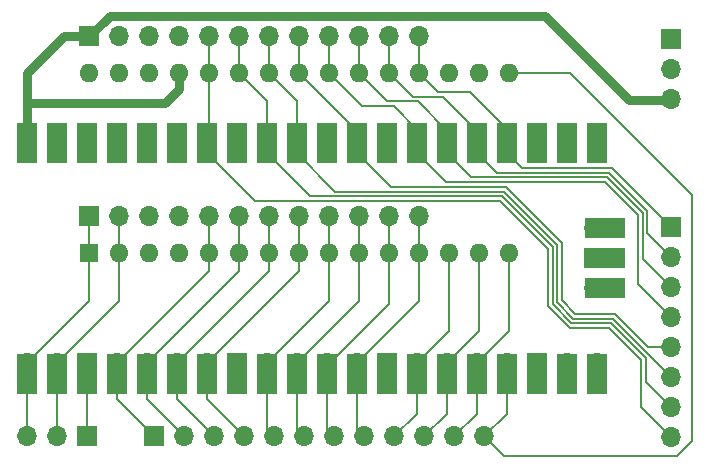
<source format=gbr>
%TF.GenerationSoftware,KiCad,Pcbnew,(6.0.5)*%
%TF.CreationDate,2023-01-02T20:32:54+00:00*%
%TF.ProjectId,NanoPicoKeyboardMatrix,4e616e6f-5069-4636-9f4b-6579626f6172,rev?*%
%TF.SameCoordinates,Original*%
%TF.FileFunction,Copper,L1,Top*%
%TF.FilePolarity,Positive*%
%FSLAX46Y46*%
G04 Gerber Fmt 4.6, Leading zero omitted, Abs format (unit mm)*
G04 Created by KiCad (PCBNEW (6.0.5)) date 2023-01-02 20:32:54*
%MOMM*%
%LPD*%
G01*
G04 APERTURE LIST*
%TA.AperFunction,ComponentPad*%
%ADD10R,1.700000X1.700000*%
%TD*%
%TA.AperFunction,ComponentPad*%
%ADD11O,1.700000X1.700000*%
%TD*%
%TA.AperFunction,ComponentPad*%
%ADD12R,1.600000X1.600000*%
%TD*%
%TA.AperFunction,ComponentPad*%
%ADD13O,1.600000X1.600000*%
%TD*%
%TA.AperFunction,SMDPad,CuDef*%
%ADD14R,3.500000X1.700000*%
%TD*%
%TA.AperFunction,SMDPad,CuDef*%
%ADD15R,1.700000X3.500000*%
%TD*%
%TA.AperFunction,Conductor*%
%ADD16C,0.800000*%
%TD*%
%TA.AperFunction,Conductor*%
%ADD17C,0.200000*%
%TD*%
G04 APERTURE END LIST*
D10*
%TO.P,J1,1,Pin_1*%
%TO.N,/M1*%
X157570000Y-65235000D03*
D11*
%TO.P,J1,2,Pin_2*%
%TO.N,/M2*%
X157570000Y-67775000D03*
%TO.P,J1,3,Pin_3*%
%TO.N,/M3*%
X157570000Y-70315000D03*
%TO.P,J1,4,Pin_4*%
%TO.N,/M4*%
X157570000Y-72855000D03*
%TO.P,J1,5,Pin_5*%
%TO.N,/M5*%
X157570000Y-75395000D03*
%TO.P,J1,6,Pin_6*%
%TO.N,/M6*%
X157570000Y-77935000D03*
%TO.P,J1,7,Pin_7*%
%TO.N,/M7*%
X157570000Y-80475000D03*
%TO.P,J1,8,Pin_8*%
%TO.N,/M8*%
X157570000Y-83015000D03*
%TD*%
%TO.P,J6,12,Pin_12*%
%TO.N,/M1*%
X136230000Y-49130000D03*
%TO.P,J6,11,Pin_11*%
%TO.N,/M2*%
X133690000Y-49130000D03*
%TO.P,J6,10,Pin_10*%
%TO.N,/M3*%
X131150000Y-49130000D03*
%TO.P,J6,9,Pin_9*%
%TO.N,/M4*%
X128610000Y-49130000D03*
%TO.P,J6,8,Pin_8*%
%TO.N,/M5*%
X126070000Y-49130000D03*
%TO.P,J6,7,Pin_7*%
%TO.N,/M6*%
X123530000Y-49130000D03*
%TO.P,J6,6,Pin_6*%
%TO.N,/M7*%
X120990000Y-49130000D03*
%TO.P,J6,5,Pin_5*%
%TO.N,/M8*%
X118450000Y-49130000D03*
%TO.P,J6,4,Pin_4*%
%TO.N,+3V3*%
X115910000Y-49130000D03*
%TO.P,J6,3,Pin_3*%
%TO.N,/RST*%
X113370000Y-49130000D03*
%TO.P,J6,2,Pin_2*%
%TO.N,GND*%
X110830000Y-49130000D03*
D10*
%TO.P,J6,1,Pin_1*%
%TO.N,+5V*%
X108290000Y-49130000D03*
%TD*%
%TO.P,J5,1,Pin_1*%
%TO.N,/TX0*%
X108290000Y-64370000D03*
D11*
%TO.P,J5,2,Pin_2*%
%TO.N,/RX0*%
X110830000Y-64370000D03*
%TO.P,J5,3,Pin_3*%
%TO.N,GND*%
X113370000Y-64370000D03*
%TO.P,J5,4,Pin_4*%
X115910000Y-64370000D03*
%TO.P,J5,5,Pin_5*%
%TO.N,/IO1*%
X118450000Y-64370000D03*
%TO.P,J5,6,Pin_6*%
%TO.N,/IO2*%
X120990000Y-64370000D03*
%TO.P,J5,7,Pin_7*%
%TO.N,/IO3*%
X123530000Y-64370000D03*
%TO.P,J5,8,Pin_8*%
%TO.N,/IO4*%
X126070000Y-64370000D03*
%TO.P,J5,9,Pin_9*%
%TO.N,/IO5*%
X128610000Y-64370000D03*
%TO.P,J5,10,Pin_10*%
%TO.N,/IO6*%
X131150000Y-64370000D03*
%TO.P,J5,11,Pin_11*%
%TO.N,/IO7*%
X133690000Y-64370000D03*
%TO.P,J5,12,Pin_12*%
%TO.N,/IO8*%
X136230000Y-64370000D03*
%TD*%
D12*
%TO.P,A1,1,D1/TX*%
%TO.N,/TX0*%
X108290000Y-67490000D03*
D13*
%TO.P,A1,2,D0/RX*%
%TO.N,/RX0*%
X110830000Y-67490000D03*
%TO.P,A1,3,~{RESET}*%
%TO.N,unconnected-(A1-Pad3)*%
X113370000Y-67490000D03*
%TO.P,A1,4,GND*%
%TO.N,GND*%
X115910000Y-67490000D03*
%TO.P,A1,5,D2*%
%TO.N,/IO1*%
X118450000Y-67490000D03*
%TO.P,A1,6,D3*%
%TO.N,/IO2*%
X120990000Y-67490000D03*
%TO.P,A1,7,D4*%
%TO.N,/IO3*%
X123530000Y-67490000D03*
%TO.P,A1,8,D5*%
%TO.N,/IO4*%
X126070000Y-67490000D03*
%TO.P,A1,9,D6*%
%TO.N,/IO5*%
X128610000Y-67490000D03*
%TO.P,A1,10,D7*%
%TO.N,/IO6*%
X131150000Y-67490000D03*
%TO.P,A1,11,D8*%
%TO.N,/IO7*%
X133690000Y-67490000D03*
%TO.P,A1,12,D9*%
%TO.N,/IO8*%
X136230000Y-67490000D03*
%TO.P,A1,13,D10*%
%TO.N,/IO9*%
X138770000Y-67490000D03*
%TO.P,A1,14,D11*%
%TO.N,/IO10*%
X141310000Y-67490000D03*
%TO.P,A1,15,D12*%
%TO.N,/IO11*%
X143850000Y-67490000D03*
%TO.P,A1,16,D13*%
%TO.N,/IO12*%
X143850000Y-52250000D03*
%TO.P,A1,17,3V3*%
%TO.N,+3V3*%
X141310000Y-52250000D03*
%TO.P,A1,18,AREF*%
%TO.N,unconnected-(A1-Pad18)*%
X138770000Y-52250000D03*
%TO.P,A1,19,A0*%
%TO.N,/M1*%
X136230000Y-52250000D03*
%TO.P,A1,20,A1*%
%TO.N,/M2*%
X133690000Y-52250000D03*
%TO.P,A1,21,A2*%
%TO.N,/M3*%
X131150000Y-52250000D03*
%TO.P,A1,22,A3*%
%TO.N,/M4*%
X128610000Y-52250000D03*
%TO.P,A1,23,A4*%
%TO.N,/M5*%
X126070000Y-52250000D03*
%TO.P,A1,24,A5*%
%TO.N,/M6*%
X123530000Y-52250000D03*
%TO.P,A1,25,A6*%
%TO.N,/M7*%
X120990000Y-52250000D03*
%TO.P,A1,26,A7*%
%TO.N,/M8*%
X118450000Y-52250000D03*
%TO.P,A1,27,+5V*%
%TO.N,+5V*%
X115910000Y-52250000D03*
%TO.P,A1,28,~{RESET}*%
%TO.N,unconnected-(A1-Pad28)*%
X113370000Y-52250000D03*
%TO.P,A1,29,GND*%
%TO.N,GND*%
X110830000Y-52250000D03*
%TO.P,A1,30,VIN*%
%TO.N,unconnected-(A1-Pad30)*%
X108290000Y-52250000D03*
%TD*%
D14*
%TO.P,U1,43,SWDIO*%
%TO.N,unconnected-(U1-Pad43)*%
X151965000Y-65370000D03*
D11*
X151065000Y-65370000D03*
D14*
%TO.P,U1,42,GND*%
%TO.N,unconnected-(U1-Pad42)*%
X151965000Y-67910000D03*
D10*
X151065000Y-67910000D03*
D11*
%TO.P,U1,41,SWCLK*%
%TO.N,unconnected-(U1-Pad41)*%
X151065000Y-70450000D03*
D14*
X151965000Y-70450000D03*
D15*
%TO.P,U1,40,VBUS*%
%TO.N,+5V*%
X103035000Y-58120000D03*
D11*
X103035000Y-59020000D03*
%TO.P,U1,39,VSYS*%
%TO.N,unconnected-(U1-Pad39)*%
X105575000Y-59020000D03*
D15*
X105575000Y-58120000D03*
D10*
%TO.P,U1,38,GND*%
%TO.N,GND*%
X108115000Y-59020000D03*
D15*
X108115000Y-58120000D03*
D11*
%TO.P,U1,37,3V3_EN*%
%TO.N,unconnected-(U1-Pad37)*%
X110655000Y-59020000D03*
D15*
X110655000Y-58120000D03*
%TO.P,U1,36,3V3*%
%TO.N,+3V3*%
X113195000Y-58120000D03*
D11*
X113195000Y-59020000D03*
%TO.P,U1,35,ADC_VREF*%
%TO.N,unconnected-(U1-Pad35)*%
X115735000Y-59020000D03*
D15*
X115735000Y-58120000D03*
D11*
%TO.P,U1,34,GPIO28_ADC2*%
%TO.N,/M8*%
X118275000Y-59020000D03*
D15*
X118275000Y-58120000D03*
D10*
%TO.P,U1,33,AGND*%
%TO.N,GND*%
X120815000Y-59020000D03*
D15*
X120815000Y-58120000D03*
%TO.P,U1,32,GPIO27_ADC1*%
%TO.N,/M7*%
X123355000Y-58120000D03*
D11*
X123355000Y-59020000D03*
D15*
%TO.P,U1,31,GPIO26_ADC0*%
%TO.N,/M6*%
X125895000Y-58120000D03*
D11*
X125895000Y-59020000D03*
%TO.P,U1,30,RUN*%
%TO.N,unconnected-(U1-Pad30)*%
X128435000Y-59020000D03*
D15*
X128435000Y-58120000D03*
%TO.P,U1,29,GPIO22*%
%TO.N,/M5*%
X130975000Y-58120000D03*
D11*
X130975000Y-59020000D03*
D15*
%TO.P,U1,28,GND*%
%TO.N,GND*%
X133515000Y-58120000D03*
D10*
X133515000Y-59020000D03*
D15*
%TO.P,U1,27,GPIO21*%
%TO.N,/M4*%
X136055000Y-58120000D03*
D11*
X136055000Y-59020000D03*
%TO.P,U1,26,GPIO20*%
%TO.N,/M3*%
X138595000Y-59020000D03*
D15*
X138595000Y-58120000D03*
D11*
%TO.P,U1,25,GPIO19*%
%TO.N,/M2*%
X141135000Y-59020000D03*
D15*
X141135000Y-58120000D03*
%TO.P,U1,24,GPIO18*%
%TO.N,/M1*%
X143675000Y-58120000D03*
D11*
X143675000Y-59020000D03*
D10*
%TO.P,U1,23,GND*%
%TO.N,GND*%
X146215000Y-59020000D03*
D15*
X146215000Y-58120000D03*
D11*
%TO.P,U1,22,GPIO17*%
%TO.N,unconnected-(U1-Pad22)*%
X148755000Y-59020000D03*
D15*
X148755000Y-58120000D03*
D11*
%TO.P,U1,21,GPIO16*%
%TO.N,unconnected-(U1-Pad21)*%
X151295000Y-59020000D03*
D15*
X151295000Y-58120000D03*
D11*
%TO.P,U1,20,GPIO15*%
%TO.N,unconnected-(U1-Pad20)*%
X151295000Y-76800000D03*
D15*
X151295000Y-77700000D03*
%TO.P,U1,19,GPIO14*%
%TO.N,unconnected-(U1-Pad19)*%
X148755000Y-77700000D03*
D11*
X148755000Y-76800000D03*
D10*
%TO.P,U1,18,GND*%
%TO.N,GND*%
X146215000Y-76800000D03*
D15*
X146215000Y-77700000D03*
D11*
%TO.P,U1,17,GPIO13*%
%TO.N,/IO12*%
X143675000Y-76800000D03*
D15*
X143675000Y-77700000D03*
D11*
%TO.P,U1,16,GPIO12*%
%TO.N,/IO11*%
X141135000Y-76800000D03*
D15*
X141135000Y-77700000D03*
%TO.P,U1,15,GPIO11*%
%TO.N,/IO10*%
X138595000Y-77700000D03*
D11*
X138595000Y-76800000D03*
%TO.P,U1,14,GPIO10*%
%TO.N,/IO9*%
X136055000Y-76800000D03*
D15*
X136055000Y-77700000D03*
%TO.P,U1,13,GND*%
%TO.N,GND*%
X133515000Y-77700000D03*
D10*
X133515000Y-76800000D03*
D15*
%TO.P,U1,12,GPIO9*%
%TO.N,/IO8*%
X130975000Y-77700000D03*
D11*
X130975000Y-76800000D03*
%TO.P,U1,11,GPIO8*%
%TO.N,/IO7*%
X128435000Y-76800000D03*
D15*
X128435000Y-77700000D03*
%TO.P,U1,10,GPIO7*%
%TO.N,/IO6*%
X125895000Y-77700000D03*
D11*
X125895000Y-76800000D03*
%TO.P,U1,9,GPIO6*%
%TO.N,/IO5*%
X123355000Y-76800000D03*
D15*
X123355000Y-77700000D03*
%TO.P,U1,8,GND*%
%TO.N,GND*%
X120815000Y-77700000D03*
D10*
X120815000Y-76800000D03*
D11*
%TO.P,U1,7,GPIO5*%
%TO.N,/IO4*%
X118275000Y-76800000D03*
D15*
X118275000Y-77700000D03*
%TO.P,U1,6,GPIO4*%
%TO.N,/IO3*%
X115735000Y-77700000D03*
D11*
X115735000Y-76800000D03*
D15*
%TO.P,U1,5,GPIO3*%
%TO.N,/IO2*%
X113195000Y-77700000D03*
D11*
X113195000Y-76800000D03*
D15*
%TO.P,U1,4,GPIO2*%
%TO.N,/IO1*%
X110655000Y-77700000D03*
D11*
X110655000Y-76800000D03*
D10*
%TO.P,U1,3,GND*%
%TO.N,GND*%
X108115000Y-76800000D03*
D15*
X108115000Y-77700000D03*
%TO.P,U1,2,GPIO1*%
%TO.N,/RX0*%
X105575000Y-77700000D03*
D11*
X105575000Y-76800000D03*
D15*
%TO.P,U1,1,GPIO0*%
%TO.N,/TX0*%
X103035000Y-77700000D03*
D11*
X103035000Y-76800000D03*
%TD*%
D10*
%TO.P,J4,1,Pin_1*%
%TO.N,GND*%
X157570000Y-49350000D03*
D11*
%TO.P,J4,2,Pin_2*%
%TO.N,+3V3*%
X157570000Y-51890000D03*
%TO.P,J4,3,Pin_3*%
%TO.N,+5V*%
X157570000Y-54430000D03*
%TD*%
D10*
%TO.P,J3,1,Pin_1*%
%TO.N,GND*%
X108100000Y-83000000D03*
D11*
%TO.P,J3,2,Pin_2*%
%TO.N,/RX0*%
X105560000Y-83000000D03*
%TO.P,J3,3,Pin_3*%
%TO.N,/TX0*%
X103020000Y-83000000D03*
%TD*%
D10*
%TO.P,J2,1,Pin_1*%
%TO.N,/IO1*%
X113800000Y-83000000D03*
D11*
%TO.P,J2,2,Pin_2*%
%TO.N,/IO2*%
X116340000Y-83000000D03*
%TO.P,J2,3,Pin_3*%
%TO.N,/IO3*%
X118880000Y-83000000D03*
%TO.P,J2,4,Pin_4*%
%TO.N,/IO4*%
X121420000Y-83000000D03*
%TO.P,J2,5,Pin_5*%
%TO.N,/IO5*%
X123960000Y-83000000D03*
%TO.P,J2,6,Pin_6*%
%TO.N,/IO6*%
X126500000Y-83000000D03*
%TO.P,J2,7,Pin_7*%
%TO.N,/IO7*%
X129040000Y-83000000D03*
%TO.P,J2,8,Pin_8*%
%TO.N,/IO8*%
X131580000Y-83000000D03*
%TO.P,J2,9,Pin_9*%
%TO.N,/IO9*%
X134120000Y-83000000D03*
%TO.P,J2,10,Pin_10*%
%TO.N,/IO10*%
X136660000Y-83000000D03*
%TO.P,J2,11,Pin_11*%
%TO.N,/IO11*%
X139200000Y-83000000D03*
%TO.P,J2,12,Pin_12*%
%TO.N,/IO12*%
X141740000Y-83000000D03*
%TD*%
D16*
%TO.N,+5V*%
X146890000Y-47380000D02*
X154010000Y-54500000D01*
X154010000Y-54500000D02*
X157570000Y-54500000D01*
D17*
%TO.N,/M1*%
X152552500Y-60267500D02*
X157570000Y-65285000D01*
X144922500Y-60267500D02*
X152552500Y-60267500D01*
X143675000Y-59020000D02*
X144922500Y-60267500D01*
%TO.N,/M2*%
X142782020Y-60667020D02*
X141135000Y-59020000D01*
X152304912Y-60667020D02*
X142782020Y-60667020D01*
X155559519Y-65814519D02*
X155559519Y-63921627D01*
X155559519Y-63921627D02*
X152304912Y-60667020D01*
X157570000Y-67825000D02*
X155559519Y-65814519D01*
%TO.N,/M3*%
X155159999Y-67954999D02*
X157570000Y-70365000D01*
X155159999Y-64087113D02*
X155159999Y-67954999D01*
X152139427Y-61066541D02*
X155159999Y-64087113D01*
X140641540Y-61066540D02*
X152139427Y-61066541D01*
X138595000Y-59020000D02*
X140641540Y-61066540D01*
%TO.N,/M4*%
X154760480Y-70095480D02*
X157570000Y-72905000D01*
X154760479Y-64252599D02*
X154760480Y-70095480D01*
X138501060Y-61466060D02*
X151973940Y-61466060D01*
X136055000Y-59020000D02*
X138501060Y-61466060D01*
X151973940Y-61466060D02*
X154760479Y-64252599D01*
D16*
%TO.N,+5V*%
X146890000Y-47380000D02*
X110040000Y-47380000D01*
X110040000Y-47380000D02*
X108290000Y-49130000D01*
X104720000Y-54760000D02*
X103100000Y-54760000D01*
X103035000Y-54825000D02*
X103035000Y-52255000D01*
X103035000Y-59020000D02*
X103035000Y-54825000D01*
X104720000Y-54760000D02*
X114750000Y-54760000D01*
X103035000Y-52255000D02*
X104415000Y-50875000D01*
X104415000Y-50875000D02*
X106160000Y-49130000D01*
X106160000Y-49130000D02*
X108290000Y-49130000D01*
D17*
%TO.N,/IO12*%
X159320000Y-62560000D02*
X159320000Y-83400000D01*
X143850000Y-52250000D02*
X149010000Y-52250000D01*
X149010000Y-52250000D02*
X159320000Y-62560000D01*
%TO.N,/M5*%
X155595006Y-75445000D02*
X157570000Y-75445000D01*
X152800000Y-72649994D02*
X155595006Y-75445000D01*
X149445018Y-72610000D02*
X152800000Y-72610000D01*
X148319039Y-71484021D02*
X149445018Y-72610000D01*
X143560597Y-61865579D02*
X148319039Y-66624021D01*
X152800000Y-72610000D02*
X152800000Y-72649994D01*
X133820579Y-61865579D02*
X143560597Y-61865579D01*
X148319039Y-66624021D02*
X148319039Y-71484021D01*
X130975000Y-59020000D02*
X133820579Y-61865579D01*
D16*
%TO.N,+5V*%
X103035000Y-59020000D02*
X103035000Y-55615000D01*
X114750000Y-54760000D02*
X115910000Y-53600000D01*
X115910000Y-53600000D02*
X115910000Y-52250000D01*
D17*
%TO.N,/M1*%
X137820000Y-53840000D02*
X136230000Y-52250000D01*
X140510000Y-53840000D02*
X137820000Y-53840000D01*
X143675000Y-57005000D02*
X140510000Y-53840000D01*
X143675000Y-59020000D02*
X143675000Y-57005000D01*
%TO.N,/M2*%
X141135000Y-57145000D02*
X141135000Y-59020000D01*
X135679519Y-54239519D02*
X138229519Y-54239519D01*
X138229519Y-54239519D02*
X141135000Y-57145000D01*
X133690000Y-52250000D02*
X135679519Y-54239519D01*
%TO.N,/M3*%
X138595000Y-57125000D02*
X138595000Y-59020000D01*
X136109038Y-54639038D02*
X138595000Y-57125000D01*
X133539038Y-54639038D02*
X136109038Y-54639038D01*
%TO.N,/M4*%
X136055000Y-57015000D02*
X136055000Y-59020000D01*
X134078558Y-55038558D02*
X136055000Y-57015000D01*
X134078558Y-55038558D02*
X131398558Y-55038558D01*
%TO.N,/M3*%
X131150000Y-52250000D02*
X133539038Y-54639038D01*
%TO.N,/M4*%
X131398558Y-55038558D02*
X128610000Y-52250000D01*
%TO.N,/TX0*%
X108290000Y-71545000D02*
X108290000Y-67490000D01*
X103035000Y-76800000D02*
X108290000Y-71545000D01*
%TO.N,/M1*%
X136230000Y-49130000D02*
X136230000Y-52250000D01*
%TO.N,/M2*%
X133690000Y-49130000D02*
X133690000Y-52250000D01*
%TO.N,/M3*%
X131150000Y-49130000D02*
X131150000Y-52250000D01*
%TO.N,/M4*%
X128610000Y-49130000D02*
X128610000Y-52250000D01*
%TO.N,/M5*%
X126070000Y-49130000D02*
X126070000Y-52250000D01*
%TO.N,/M6*%
X123530000Y-49130000D02*
X123530000Y-52250000D01*
%TO.N,/M7*%
X120990000Y-49130000D02*
X120990000Y-52250000D01*
%TO.N,/M8*%
X118450000Y-49130000D02*
X118450000Y-52250000D01*
%TO.N,/IO8*%
X136230000Y-64370000D02*
X136230000Y-67490000D01*
%TO.N,/IO7*%
X133690000Y-64370000D02*
X133690000Y-67490000D01*
%TO.N,/IO6*%
X131150000Y-64370000D02*
X131150000Y-67490000D01*
%TO.N,/IO5*%
X128610000Y-64370000D02*
X128610000Y-67490000D01*
%TO.N,/IO4*%
X126070000Y-64370000D02*
X126070000Y-67490000D01*
%TO.N,/IO3*%
X123530000Y-64370000D02*
X123530000Y-67490000D01*
%TO.N,/IO2*%
X120990000Y-64370000D02*
X120990000Y-67490000D01*
%TO.N,/IO1*%
X118450000Y-64370000D02*
X118450000Y-67490000D01*
%TO.N,/RX0*%
X110830000Y-64370000D02*
X110830000Y-67490000D01*
%TO.N,/TX0*%
X108290000Y-64370000D02*
X108290000Y-67490000D01*
%TO.N,/M8*%
X122319139Y-63064139D02*
X118275000Y-59020000D01*
X143064139Y-63064139D02*
X122319139Y-63064139D01*
X148959038Y-73819038D02*
X147120000Y-71980000D01*
X147120000Y-67120000D02*
X143064139Y-63064139D01*
X155020480Y-76565492D02*
X152274026Y-73819038D01*
X155020481Y-80515481D02*
X155020480Y-76565492D01*
X152274026Y-73819038D02*
X148959038Y-73819038D01*
X157570000Y-83065000D02*
X155020481Y-80515481D01*
X147120000Y-71980000D02*
X147120000Y-67120000D01*
%TO.N,/M7*%
X126999619Y-62664619D02*
X123355000Y-59020000D01*
X143229625Y-62664619D02*
X126999619Y-62664619D01*
X147520000Y-66954994D02*
X143229625Y-62664619D01*
X147520000Y-71814994D02*
X147520000Y-66954994D01*
X149124525Y-73419519D02*
X147520000Y-71814994D01*
X152439514Y-73419520D02*
X149124525Y-73419519D01*
X155420000Y-76400006D02*
X152439514Y-73419520D01*
X157570000Y-80525000D02*
X155420000Y-78375000D01*
X155420000Y-78375000D02*
X155420000Y-76400006D01*
%TO.N,/M6*%
X143395111Y-62265099D02*
X129140099Y-62265099D01*
X147919520Y-71649508D02*
X147919520Y-66789508D01*
X129140099Y-62265099D02*
X125895000Y-59020000D01*
X149290012Y-73020000D02*
X147919520Y-71649508D01*
X152605000Y-73020000D02*
X149290012Y-73020000D01*
X157570000Y-77985000D02*
X152605000Y-73020000D01*
X147919520Y-66789508D02*
X143395111Y-62265099D01*
%TO.N,/M7*%
X123355000Y-54615000D02*
X123355000Y-59020000D01*
%TO.N,/IO12*%
X143370000Y-84630000D02*
X141740000Y-83000000D01*
X158090000Y-84630000D02*
X143370000Y-84630000D01*
X159320000Y-83400000D02*
X158090000Y-84630000D01*
X143675000Y-81065000D02*
X141740000Y-83000000D01*
X143675000Y-76800000D02*
X143675000Y-81065000D01*
%TO.N,/IO11*%
X141135000Y-81065000D02*
X139200000Y-83000000D01*
X141135000Y-76800000D02*
X141135000Y-81065000D01*
%TO.N,/IO10*%
X138595000Y-81065000D02*
X136660000Y-83000000D01*
X138595000Y-76800000D02*
X138595000Y-81065000D01*
%TO.N,/IO9*%
X136055000Y-81065000D02*
X134120000Y-83000000D01*
X136055000Y-76800000D02*
X136055000Y-81065000D01*
%TO.N,/IO8*%
X130975000Y-82395000D02*
X131580000Y-83000000D01*
X130975000Y-76800000D02*
X130975000Y-82395000D01*
%TO.N,/IO7*%
X128435000Y-82395000D02*
X129040000Y-83000000D01*
X128435000Y-76800000D02*
X128435000Y-82395000D01*
%TO.N,/IO6*%
X125895000Y-82395000D02*
X126500000Y-83000000D01*
X125895000Y-76800000D02*
X125895000Y-82395000D01*
%TO.N,/IO5*%
X123355000Y-82395000D02*
X123960000Y-83000000D01*
X123355000Y-76800000D02*
X123355000Y-82395000D01*
%TO.N,/IO4*%
X121420000Y-83000000D02*
X118275000Y-79855000D01*
X118275000Y-79855000D02*
X118275000Y-76800000D01*
%TO.N,/IO3*%
X115735000Y-79855000D02*
X118880000Y-83000000D01*
X115735000Y-76800000D02*
X115735000Y-79855000D01*
%TO.N,/IO2*%
X113195000Y-79855000D02*
X116340000Y-83000000D01*
X113195000Y-76800000D02*
X113195000Y-79855000D01*
%TO.N,/IO1*%
X110655000Y-79855000D02*
X113800000Y-83000000D01*
X110655000Y-76800000D02*
X110655000Y-79855000D01*
%TO.N,GND*%
X108115000Y-82990000D02*
X108105000Y-83000000D01*
X108115000Y-76800000D02*
X108115000Y-82990000D01*
%TO.N,/RX0*%
X105565000Y-76810000D02*
X105565000Y-83000000D01*
X105575000Y-76800000D02*
X105565000Y-76810000D01*
%TO.N,/TX0*%
X103035000Y-76800000D02*
X103025000Y-76810000D01*
X103025000Y-76810000D02*
X103025000Y-83000000D01*
%TO.N,/M5*%
X130975000Y-57155000D02*
X130975000Y-59020000D01*
X126070000Y-52250000D02*
X130975000Y-57155000D01*
%TO.N,/M6*%
X123530000Y-52250000D02*
X125895000Y-54615000D01*
X125895000Y-54615000D02*
X125895000Y-59020000D01*
%TO.N,/M7*%
X120990000Y-52250000D02*
X123355000Y-54615000D01*
%TO.N,/M8*%
X118450000Y-58845000D02*
X118275000Y-59020000D01*
X118450000Y-52250000D02*
X118450000Y-58845000D01*
%TO.N,/IO11*%
X143850000Y-67490000D02*
X143850000Y-74085000D01*
X143850000Y-74085000D02*
X141135000Y-76800000D01*
%TO.N,/IO10*%
X141310000Y-74085000D02*
X138595000Y-76800000D01*
X141310000Y-67490000D02*
X141310000Y-74085000D01*
%TO.N,/IO9*%
X138770000Y-74085000D02*
X136055000Y-76800000D01*
X138770000Y-67490000D02*
X138770000Y-74085000D01*
%TO.N,/IO8*%
X136230000Y-67490000D02*
X136230000Y-71545000D01*
X136230000Y-71545000D02*
X130975000Y-76800000D01*
%TO.N,/IO7*%
X133690000Y-71785978D02*
X128675978Y-76800000D01*
X133690000Y-67490000D02*
X133690000Y-71785978D01*
%TO.N,/IO6*%
X131150000Y-71545000D02*
X125895000Y-76800000D01*
X131150000Y-67490000D02*
X131150000Y-71545000D01*
%TO.N,/IO5*%
X128610000Y-71545000D02*
X123355000Y-76800000D01*
X128610000Y-67490000D02*
X128610000Y-71545000D01*
%TO.N,/IO4*%
X126070000Y-67490000D02*
X126070000Y-69005000D01*
X126070000Y-69005000D02*
X118275000Y-76800000D01*
%TO.N,/IO3*%
X123530000Y-69005000D02*
X115735000Y-76800000D01*
X123530000Y-67490000D02*
X123530000Y-69005000D01*
%TO.N,/IO2*%
X120990000Y-69005000D02*
X113195000Y-76800000D01*
X120990000Y-67490000D02*
X120990000Y-69005000D01*
%TO.N,/IO1*%
X118450000Y-69005000D02*
X110655000Y-76800000D01*
X118450000Y-67490000D02*
X118450000Y-69005000D01*
%TO.N,/RX0*%
X105575000Y-76800000D02*
X110830000Y-71545000D01*
X110830000Y-71545000D02*
X110830000Y-67490000D01*
%TD*%
M02*

</source>
